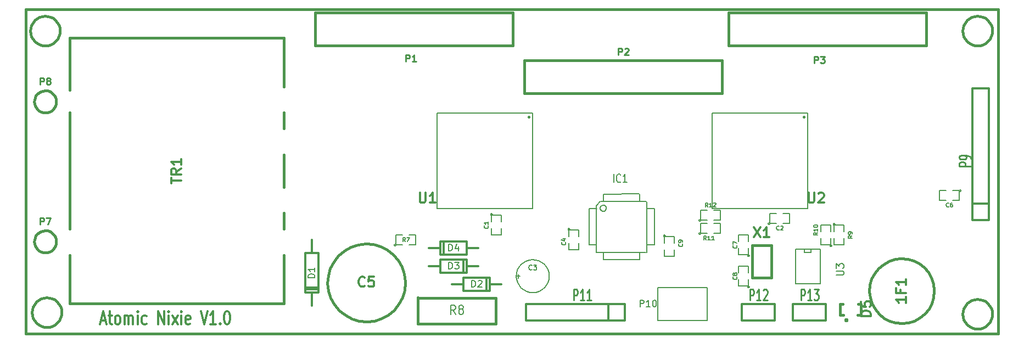
<source format=gto>
G04 (created by PCBNEW-RS274X (2011-04-29 BZR 2986)-stable) date 5/31/2011 9:18:06 PM*
G01*
G70*
G90*
%MOIN*%
G04 Gerber Fmt 3.4, Leading zero omitted, Abs format*
%FSLAX34Y34*%
G04 APERTURE LIST*
%ADD10C,0.006000*%
%ADD11C,0.012000*%
%ADD12C,0.015000*%
%ADD13C,0.005000*%
%ADD14C,0.007800*%
%ADD15C,0.015700*%
%ADD16C,0.008000*%
%ADD17C,0.012500*%
%ADD18C,0.010700*%
%ADD19C,0.007500*%
%ADD20C,0.010000*%
G04 APERTURE END LIST*
G54D10*
G54D11*
X10086Y-24795D02*
X10372Y-24795D01*
X10029Y-25024D02*
X10229Y-24224D01*
X10429Y-25024D01*
X10543Y-24490D02*
X10772Y-24490D01*
X10629Y-24224D02*
X10629Y-24910D01*
X10657Y-24986D01*
X10715Y-25024D01*
X10772Y-25024D01*
X11058Y-25024D02*
X11000Y-24986D01*
X10972Y-24948D01*
X10943Y-24871D01*
X10943Y-24643D01*
X10972Y-24567D01*
X11000Y-24529D01*
X11058Y-24490D01*
X11143Y-24490D01*
X11200Y-24529D01*
X11229Y-24567D01*
X11258Y-24643D01*
X11258Y-24871D01*
X11229Y-24948D01*
X11200Y-24986D01*
X11143Y-25024D01*
X11058Y-25024D01*
X11515Y-25024D02*
X11515Y-24490D01*
X11515Y-24567D02*
X11543Y-24529D01*
X11601Y-24490D01*
X11686Y-24490D01*
X11743Y-24529D01*
X11772Y-24605D01*
X11772Y-25024D01*
X11772Y-24605D02*
X11801Y-24529D01*
X11858Y-24490D01*
X11943Y-24490D01*
X12001Y-24529D01*
X12029Y-24605D01*
X12029Y-25024D01*
X12315Y-25024D02*
X12315Y-24490D01*
X12315Y-24224D02*
X12286Y-24262D01*
X12315Y-24300D01*
X12343Y-24262D01*
X12315Y-24224D01*
X12315Y-24300D01*
X12858Y-24986D02*
X12801Y-25024D01*
X12687Y-25024D01*
X12629Y-24986D01*
X12601Y-24948D01*
X12572Y-24871D01*
X12572Y-24643D01*
X12601Y-24567D01*
X12629Y-24529D01*
X12687Y-24490D01*
X12801Y-24490D01*
X12858Y-24529D01*
X13572Y-25024D02*
X13572Y-24224D01*
X13915Y-25024D01*
X13915Y-24224D01*
X14201Y-25024D02*
X14201Y-24490D01*
X14201Y-24224D02*
X14172Y-24262D01*
X14201Y-24300D01*
X14229Y-24262D01*
X14201Y-24224D01*
X14201Y-24300D01*
X14430Y-25024D02*
X14744Y-24490D01*
X14430Y-24490D02*
X14744Y-25024D01*
X14973Y-25024D02*
X14973Y-24490D01*
X14973Y-24224D02*
X14944Y-24262D01*
X14973Y-24300D01*
X15001Y-24262D01*
X14973Y-24224D01*
X14973Y-24300D01*
X15487Y-24986D02*
X15430Y-25024D01*
X15316Y-25024D01*
X15259Y-24986D01*
X15230Y-24910D01*
X15230Y-24605D01*
X15259Y-24529D01*
X15316Y-24490D01*
X15430Y-24490D01*
X15487Y-24529D01*
X15516Y-24605D01*
X15516Y-24681D01*
X15230Y-24757D01*
X16144Y-24224D02*
X16344Y-25024D01*
X16544Y-24224D01*
X17058Y-25024D02*
X16715Y-25024D01*
X16887Y-25024D02*
X16887Y-24224D01*
X16830Y-24338D01*
X16772Y-24414D01*
X16715Y-24452D01*
X17315Y-24948D02*
X17343Y-24986D01*
X17315Y-25024D01*
X17286Y-24986D01*
X17315Y-24948D01*
X17315Y-25024D01*
X17715Y-24224D02*
X17772Y-24224D01*
X17829Y-24262D01*
X17858Y-24300D01*
X17887Y-24376D01*
X17915Y-24529D01*
X17915Y-24719D01*
X17887Y-24871D01*
X17858Y-24948D01*
X17829Y-24986D01*
X17772Y-25024D01*
X17715Y-25024D01*
X17658Y-24986D01*
X17629Y-24948D01*
X17601Y-24871D01*
X17572Y-24719D01*
X17572Y-24529D01*
X17601Y-24376D01*
X17629Y-24300D01*
X17658Y-24262D01*
X17715Y-24224D01*
G54D12*
X64567Y-25591D02*
X64567Y-05906D01*
X05512Y-25591D02*
X64567Y-25591D01*
X05512Y-05906D02*
X05512Y-25591D01*
X05512Y-05906D02*
X64567Y-05906D01*
X21196Y-18259D02*
X21196Y-19243D01*
X21196Y-14716D02*
X21196Y-16684D01*
X21196Y-12157D02*
X21196Y-13141D01*
X21196Y-07826D02*
X21196Y-07629D01*
X21196Y-07629D02*
X08204Y-07629D01*
X08204Y-07629D02*
X08204Y-10779D01*
X08204Y-19243D02*
X08204Y-12157D01*
X21196Y-23771D02*
X08204Y-23771D01*
X08204Y-23771D02*
X08204Y-20818D01*
X21196Y-23771D02*
X21196Y-20818D01*
X21196Y-07826D02*
X21196Y-10582D01*
G54D13*
X49450Y-22750D02*
X49449Y-22759D01*
X49446Y-22769D01*
X49441Y-22777D01*
X49435Y-22785D01*
X49427Y-22791D01*
X49419Y-22796D01*
X49410Y-22798D01*
X49400Y-22799D01*
X49391Y-22799D01*
X49382Y-22796D01*
X49373Y-22791D01*
X49366Y-22785D01*
X49359Y-22778D01*
X49355Y-22769D01*
X49352Y-22760D01*
X49351Y-22750D01*
X49351Y-22741D01*
X49354Y-22732D01*
X49358Y-22723D01*
X49365Y-22716D01*
X49372Y-22709D01*
X49380Y-22705D01*
X49390Y-22702D01*
X49399Y-22701D01*
X49408Y-22701D01*
X49418Y-22704D01*
X49426Y-22708D01*
X49434Y-22714D01*
X49440Y-22722D01*
X49445Y-22730D01*
X49448Y-22739D01*
X49449Y-22749D01*
X49450Y-22750D01*
X49400Y-22300D02*
X49400Y-22700D01*
X49400Y-22700D02*
X48800Y-22700D01*
X48800Y-22700D02*
X48800Y-22300D01*
X48800Y-21900D02*
X48800Y-21500D01*
X48800Y-21500D02*
X49400Y-21500D01*
X49400Y-21500D02*
X49400Y-21900D01*
X49450Y-20850D02*
X49449Y-20859D01*
X49446Y-20869D01*
X49441Y-20877D01*
X49435Y-20885D01*
X49427Y-20891D01*
X49419Y-20896D01*
X49410Y-20898D01*
X49400Y-20899D01*
X49391Y-20899D01*
X49382Y-20896D01*
X49373Y-20891D01*
X49366Y-20885D01*
X49359Y-20878D01*
X49355Y-20869D01*
X49352Y-20860D01*
X49351Y-20850D01*
X49351Y-20841D01*
X49354Y-20832D01*
X49358Y-20823D01*
X49365Y-20816D01*
X49372Y-20809D01*
X49380Y-20805D01*
X49390Y-20802D01*
X49399Y-20801D01*
X49408Y-20801D01*
X49418Y-20804D01*
X49426Y-20808D01*
X49434Y-20814D01*
X49440Y-20822D01*
X49445Y-20830D01*
X49448Y-20839D01*
X49449Y-20849D01*
X49450Y-20850D01*
X49400Y-20400D02*
X49400Y-20800D01*
X49400Y-20800D02*
X48800Y-20800D01*
X48800Y-20800D02*
X48800Y-20400D01*
X48800Y-20000D02*
X48800Y-19600D01*
X48800Y-19600D02*
X49400Y-19600D01*
X49400Y-19600D02*
X49400Y-20000D01*
G54D11*
X63000Y-18700D02*
X63000Y-10700D01*
X63000Y-10700D02*
X64000Y-10700D01*
X64000Y-10700D02*
X64000Y-18700D01*
X64000Y-18700D02*
X63000Y-18700D01*
X64000Y-17700D02*
X63000Y-17700D01*
X41900Y-23800D02*
X41900Y-24800D01*
X41900Y-24800D02*
X35900Y-24800D01*
X35900Y-24800D02*
X35900Y-23800D01*
X35900Y-23800D02*
X41900Y-23800D01*
X40900Y-23800D02*
X40900Y-24800D01*
X49000Y-24800D02*
X49000Y-23800D01*
X49000Y-23800D02*
X51000Y-23800D01*
X51000Y-23800D02*
X51000Y-24800D01*
X51000Y-24800D02*
X49000Y-24800D01*
X52100Y-24800D02*
X52100Y-23800D01*
X52100Y-23800D02*
X54100Y-23800D01*
X54100Y-23800D02*
X54100Y-24800D01*
X54100Y-24800D02*
X52100Y-24800D01*
G54D12*
X34061Y-24987D02*
X29337Y-24987D01*
X29338Y-24987D02*
X29338Y-23412D01*
X29338Y-23413D02*
X34062Y-23413D01*
X34062Y-23413D02*
X34062Y-24988D01*
G54D14*
X36295Y-17995D02*
X30505Y-17995D01*
X30505Y-17995D02*
X30505Y-12205D01*
X36295Y-12205D02*
X30505Y-12205D01*
X36295Y-17995D02*
X36295Y-12205D01*
G54D15*
X36059Y-12441D02*
X36059Y-12441D01*
G54D14*
X52995Y-17995D02*
X47205Y-17995D01*
X47205Y-17995D02*
X47205Y-12205D01*
X52995Y-12205D02*
X47205Y-12205D01*
X52995Y-17995D02*
X52995Y-12205D01*
G54D15*
X52759Y-12441D02*
X52759Y-12441D01*
G54D16*
X46900Y-24800D02*
X43900Y-24800D01*
X43900Y-22800D02*
X46900Y-22800D01*
X46900Y-22800D02*
X46900Y-24800D01*
X43900Y-24800D02*
X43900Y-22800D01*
G54D17*
X22900Y-20400D02*
X22900Y-19900D01*
X22900Y-23400D02*
X22900Y-23900D01*
X22900Y-23400D02*
X22900Y-23100D01*
G54D11*
X22900Y-23100D02*
X23300Y-23100D01*
X23300Y-23100D02*
X23300Y-20700D01*
X23300Y-20700D02*
X22900Y-20700D01*
X22900Y-20700D02*
X22900Y-20400D01*
X22900Y-20700D02*
X22500Y-20700D01*
X22500Y-20700D02*
X22500Y-23100D01*
X22500Y-23100D02*
X22900Y-23100D01*
X23300Y-22900D02*
X22500Y-22900D01*
X22500Y-22800D02*
X23300Y-22800D01*
G54D17*
X30700Y-20400D02*
X30000Y-20400D01*
X32300Y-20400D02*
X33000Y-20400D01*
X30900Y-20800D02*
X30900Y-20000D01*
X32300Y-20800D02*
X32300Y-20000D01*
X32300Y-20000D02*
X30700Y-20000D01*
X30700Y-20000D02*
X30700Y-20800D01*
X30700Y-20800D02*
X32300Y-20800D01*
X32300Y-21500D02*
X33000Y-21500D01*
X30700Y-21500D02*
X30000Y-21500D01*
X32100Y-21100D02*
X32100Y-21900D01*
X30700Y-21100D02*
X30700Y-21900D01*
X30700Y-21900D02*
X32300Y-21900D01*
X32300Y-21900D02*
X32300Y-21100D01*
X32300Y-21100D02*
X30700Y-21100D01*
X33700Y-22600D02*
X34400Y-22600D01*
X32100Y-22600D02*
X31400Y-22600D01*
X33500Y-22200D02*
X33500Y-23000D01*
X32100Y-22200D02*
X32100Y-23000D01*
X32100Y-23000D02*
X33700Y-23000D01*
X33700Y-23000D02*
X33700Y-22200D01*
X33700Y-22200D02*
X32100Y-22200D01*
G54D12*
X28562Y-22500D02*
X28517Y-22958D01*
X28383Y-23400D01*
X28167Y-23807D01*
X27876Y-24164D01*
X27520Y-24458D01*
X27115Y-24677D01*
X26674Y-24813D01*
X26216Y-24861D01*
X25758Y-24820D01*
X25316Y-24690D01*
X24907Y-24476D01*
X24548Y-24187D01*
X24252Y-23834D01*
X24030Y-23430D01*
X23890Y-22991D01*
X23839Y-22532D01*
X23877Y-22074D01*
X24004Y-21631D01*
X24215Y-21221D01*
X24501Y-20860D01*
X24852Y-20561D01*
X25255Y-20336D01*
X25693Y-20194D01*
X26151Y-20139D01*
X26610Y-20174D01*
X27054Y-20298D01*
X27465Y-20506D01*
X27828Y-20790D01*
X28130Y-21139D01*
X28357Y-21540D01*
X28503Y-21977D01*
X28561Y-22435D01*
X28562Y-22500D01*
G54D13*
X37301Y-22100D02*
X37281Y-22294D01*
X37225Y-22481D01*
X37133Y-22653D01*
X37010Y-22805D01*
X36859Y-22929D01*
X36687Y-23022D01*
X36501Y-23080D01*
X36306Y-23100D01*
X36113Y-23083D01*
X35926Y-23028D01*
X35752Y-22937D01*
X35600Y-22815D01*
X35475Y-22665D01*
X35380Y-22494D01*
X35321Y-22308D01*
X35300Y-22113D01*
X35316Y-21920D01*
X35370Y-21732D01*
X35459Y-21558D01*
X35580Y-21405D01*
X35729Y-21279D01*
X35900Y-21183D01*
X36086Y-21123D01*
X36280Y-21100D01*
X36473Y-21115D01*
X36661Y-21167D01*
X36836Y-21255D01*
X36990Y-21376D01*
X37117Y-21523D01*
X37214Y-21693D01*
X37276Y-21879D01*
X37300Y-22073D01*
X37301Y-22100D01*
G54D10*
X43680Y-20190D02*
X43230Y-20190D01*
X43680Y-18010D02*
X43240Y-18010D01*
X43680Y-20190D02*
X43680Y-18010D01*
X42800Y-20660D02*
X42800Y-21090D01*
X40590Y-20670D02*
X40590Y-21090D01*
X40580Y-21090D02*
X42800Y-21100D01*
X40600Y-17120D02*
X42770Y-17110D01*
X40170Y-17810D02*
X40170Y-20640D01*
X42780Y-17120D02*
X42780Y-17530D01*
X40420Y-17570D02*
X43200Y-17570D01*
X43220Y-20650D02*
X43220Y-17610D01*
X40170Y-20650D02*
X43170Y-20650D01*
X39720Y-17980D02*
X39720Y-20200D01*
X39720Y-20200D02*
X40170Y-20200D01*
X40174Y-17800D02*
X40404Y-17570D01*
X39722Y-17980D02*
X40174Y-17980D01*
X40600Y-17570D02*
X40600Y-17118D01*
X40770Y-17974D02*
X40766Y-18010D01*
X40755Y-18045D01*
X40738Y-18078D01*
X40715Y-18106D01*
X40687Y-18129D01*
X40654Y-18147D01*
X40619Y-18158D01*
X40583Y-18161D01*
X40547Y-18158D01*
X40512Y-18148D01*
X40480Y-18131D01*
X40451Y-18108D01*
X40427Y-18080D01*
X40410Y-18048D01*
X40399Y-18013D01*
X40395Y-17976D01*
X40398Y-17941D01*
X40408Y-17905D01*
X40424Y-17873D01*
X40447Y-17844D01*
X40475Y-17820D01*
X40507Y-17802D01*
X40542Y-17791D01*
X40579Y-17787D01*
X40614Y-17789D01*
X40649Y-17799D01*
X40682Y-17816D01*
X40711Y-17838D01*
X40735Y-17866D01*
X40753Y-17898D01*
X40765Y-17933D01*
X40769Y-17969D01*
X40770Y-17974D01*
G54D13*
X28000Y-20200D02*
X27999Y-20209D01*
X27996Y-20219D01*
X27991Y-20227D01*
X27985Y-20235D01*
X27977Y-20241D01*
X27969Y-20246D01*
X27960Y-20248D01*
X27950Y-20249D01*
X27941Y-20249D01*
X27932Y-20246D01*
X27923Y-20241D01*
X27916Y-20235D01*
X27909Y-20228D01*
X27905Y-20219D01*
X27902Y-20210D01*
X27901Y-20200D01*
X27901Y-20191D01*
X27904Y-20182D01*
X27908Y-20173D01*
X27915Y-20166D01*
X27922Y-20159D01*
X27930Y-20155D01*
X27940Y-20152D01*
X27949Y-20151D01*
X27958Y-20151D01*
X27968Y-20154D01*
X27976Y-20158D01*
X27984Y-20164D01*
X27990Y-20172D01*
X27995Y-20180D01*
X27998Y-20189D01*
X27999Y-20199D01*
X28000Y-20200D01*
X28400Y-20200D02*
X28000Y-20200D01*
X28000Y-20200D02*
X28000Y-19600D01*
X28000Y-19600D02*
X28400Y-19600D01*
X28800Y-19600D02*
X29200Y-19600D01*
X29200Y-19600D02*
X29200Y-20200D01*
X29200Y-20200D02*
X28800Y-20200D01*
X54650Y-18950D02*
X54649Y-18959D01*
X54646Y-18969D01*
X54641Y-18977D01*
X54635Y-18985D01*
X54627Y-18991D01*
X54619Y-18996D01*
X54610Y-18998D01*
X54600Y-18999D01*
X54591Y-18999D01*
X54582Y-18996D01*
X54573Y-18991D01*
X54566Y-18985D01*
X54559Y-18978D01*
X54555Y-18969D01*
X54552Y-18960D01*
X54551Y-18950D01*
X54551Y-18941D01*
X54554Y-18932D01*
X54558Y-18923D01*
X54565Y-18916D01*
X54572Y-18909D01*
X54580Y-18905D01*
X54590Y-18902D01*
X54599Y-18901D01*
X54608Y-18901D01*
X54618Y-18904D01*
X54626Y-18908D01*
X54634Y-18914D01*
X54640Y-18922D01*
X54645Y-18930D01*
X54648Y-18939D01*
X54649Y-18949D01*
X54650Y-18950D01*
X54600Y-19400D02*
X54600Y-19000D01*
X54600Y-19000D02*
X55200Y-19000D01*
X55200Y-19000D02*
X55200Y-19400D01*
X55200Y-19800D02*
X55200Y-20200D01*
X55200Y-20200D02*
X54600Y-20200D01*
X54600Y-20200D02*
X54600Y-19800D01*
X54450Y-20250D02*
X54449Y-20259D01*
X54446Y-20269D01*
X54441Y-20277D01*
X54435Y-20285D01*
X54427Y-20291D01*
X54419Y-20296D01*
X54410Y-20298D01*
X54400Y-20299D01*
X54391Y-20299D01*
X54382Y-20296D01*
X54373Y-20291D01*
X54366Y-20285D01*
X54359Y-20278D01*
X54355Y-20269D01*
X54352Y-20260D01*
X54351Y-20250D01*
X54351Y-20241D01*
X54354Y-20232D01*
X54358Y-20223D01*
X54365Y-20216D01*
X54372Y-20209D01*
X54380Y-20205D01*
X54390Y-20202D01*
X54399Y-20201D01*
X54408Y-20201D01*
X54418Y-20204D01*
X54426Y-20208D01*
X54434Y-20214D01*
X54440Y-20222D01*
X54445Y-20230D01*
X54448Y-20239D01*
X54449Y-20249D01*
X54450Y-20250D01*
X54400Y-19800D02*
X54400Y-20200D01*
X54400Y-20200D02*
X53800Y-20200D01*
X53800Y-20200D02*
X53800Y-19800D01*
X53800Y-19400D02*
X53800Y-19000D01*
X53800Y-19000D02*
X54400Y-19000D01*
X54400Y-19000D02*
X54400Y-19400D01*
X46500Y-19500D02*
X46499Y-19509D01*
X46496Y-19519D01*
X46491Y-19527D01*
X46485Y-19535D01*
X46477Y-19541D01*
X46469Y-19546D01*
X46460Y-19548D01*
X46450Y-19549D01*
X46441Y-19549D01*
X46432Y-19546D01*
X46423Y-19541D01*
X46416Y-19535D01*
X46409Y-19528D01*
X46405Y-19519D01*
X46402Y-19510D01*
X46401Y-19500D01*
X46401Y-19491D01*
X46404Y-19482D01*
X46408Y-19473D01*
X46415Y-19466D01*
X46422Y-19459D01*
X46430Y-19455D01*
X46440Y-19452D01*
X46449Y-19451D01*
X46458Y-19451D01*
X46468Y-19454D01*
X46476Y-19458D01*
X46484Y-19464D01*
X46490Y-19472D01*
X46495Y-19480D01*
X46498Y-19489D01*
X46499Y-19499D01*
X46500Y-19500D01*
X46900Y-19500D02*
X46500Y-19500D01*
X46500Y-19500D02*
X46500Y-18900D01*
X46500Y-18900D02*
X46900Y-18900D01*
X47300Y-18900D02*
X47700Y-18900D01*
X47700Y-18900D02*
X47700Y-19500D01*
X47700Y-19500D02*
X47300Y-19500D01*
X46500Y-18700D02*
X46499Y-18709D01*
X46496Y-18719D01*
X46491Y-18727D01*
X46485Y-18735D01*
X46477Y-18741D01*
X46469Y-18746D01*
X46460Y-18748D01*
X46450Y-18749D01*
X46441Y-18749D01*
X46432Y-18746D01*
X46423Y-18741D01*
X46416Y-18735D01*
X46409Y-18728D01*
X46405Y-18719D01*
X46402Y-18710D01*
X46401Y-18700D01*
X46401Y-18691D01*
X46404Y-18682D01*
X46408Y-18673D01*
X46415Y-18666D01*
X46422Y-18659D01*
X46430Y-18655D01*
X46440Y-18652D01*
X46449Y-18651D01*
X46458Y-18651D01*
X46468Y-18654D01*
X46476Y-18658D01*
X46484Y-18664D01*
X46490Y-18672D01*
X46495Y-18680D01*
X46498Y-18689D01*
X46499Y-18699D01*
X46500Y-18700D01*
X46900Y-18700D02*
X46500Y-18700D01*
X46500Y-18700D02*
X46500Y-18100D01*
X46500Y-18100D02*
X46900Y-18100D01*
X47300Y-18100D02*
X47700Y-18100D01*
X47700Y-18100D02*
X47700Y-18700D01*
X47700Y-18700D02*
X47300Y-18700D01*
X33850Y-18350D02*
X33849Y-18359D01*
X33846Y-18369D01*
X33841Y-18377D01*
X33835Y-18385D01*
X33827Y-18391D01*
X33819Y-18396D01*
X33810Y-18398D01*
X33800Y-18399D01*
X33791Y-18399D01*
X33782Y-18396D01*
X33773Y-18391D01*
X33766Y-18385D01*
X33759Y-18378D01*
X33755Y-18369D01*
X33752Y-18360D01*
X33751Y-18350D01*
X33751Y-18341D01*
X33754Y-18332D01*
X33758Y-18323D01*
X33765Y-18316D01*
X33772Y-18309D01*
X33780Y-18305D01*
X33790Y-18302D01*
X33799Y-18301D01*
X33808Y-18301D01*
X33818Y-18304D01*
X33826Y-18308D01*
X33834Y-18314D01*
X33840Y-18322D01*
X33845Y-18330D01*
X33848Y-18339D01*
X33849Y-18349D01*
X33850Y-18350D01*
X33800Y-18800D02*
X33800Y-18400D01*
X33800Y-18400D02*
X34400Y-18400D01*
X34400Y-18400D02*
X34400Y-18800D01*
X34400Y-19200D02*
X34400Y-19600D01*
X34400Y-19600D02*
X33800Y-19600D01*
X33800Y-19600D02*
X33800Y-19200D01*
X50700Y-18900D02*
X50699Y-18909D01*
X50696Y-18919D01*
X50691Y-18927D01*
X50685Y-18935D01*
X50677Y-18941D01*
X50669Y-18946D01*
X50660Y-18948D01*
X50650Y-18949D01*
X50641Y-18949D01*
X50632Y-18946D01*
X50623Y-18941D01*
X50616Y-18935D01*
X50609Y-18928D01*
X50605Y-18919D01*
X50602Y-18910D01*
X50601Y-18900D01*
X50601Y-18891D01*
X50604Y-18882D01*
X50608Y-18873D01*
X50615Y-18866D01*
X50622Y-18859D01*
X50630Y-18855D01*
X50640Y-18852D01*
X50649Y-18851D01*
X50658Y-18851D01*
X50668Y-18854D01*
X50676Y-18858D01*
X50684Y-18864D01*
X50690Y-18872D01*
X50695Y-18880D01*
X50698Y-18889D01*
X50699Y-18899D01*
X50700Y-18900D01*
X51100Y-18900D02*
X50700Y-18900D01*
X50700Y-18900D02*
X50700Y-18300D01*
X50700Y-18300D02*
X51100Y-18300D01*
X51500Y-18300D02*
X51900Y-18300D01*
X51900Y-18300D02*
X51900Y-18900D01*
X51900Y-18900D02*
X51500Y-18900D01*
X38550Y-19250D02*
X38549Y-19259D01*
X38546Y-19269D01*
X38541Y-19277D01*
X38535Y-19285D01*
X38527Y-19291D01*
X38519Y-19296D01*
X38510Y-19298D01*
X38500Y-19299D01*
X38491Y-19299D01*
X38482Y-19296D01*
X38473Y-19291D01*
X38466Y-19285D01*
X38459Y-19278D01*
X38455Y-19269D01*
X38452Y-19260D01*
X38451Y-19250D01*
X38451Y-19241D01*
X38454Y-19232D01*
X38458Y-19223D01*
X38465Y-19216D01*
X38472Y-19209D01*
X38480Y-19205D01*
X38490Y-19202D01*
X38499Y-19201D01*
X38508Y-19201D01*
X38518Y-19204D01*
X38526Y-19208D01*
X38534Y-19214D01*
X38540Y-19222D01*
X38545Y-19230D01*
X38548Y-19239D01*
X38549Y-19249D01*
X38550Y-19250D01*
X38500Y-19700D02*
X38500Y-19300D01*
X38500Y-19300D02*
X39100Y-19300D01*
X39100Y-19300D02*
X39100Y-19700D01*
X39100Y-20100D02*
X39100Y-20500D01*
X39100Y-20500D02*
X38500Y-20500D01*
X38500Y-20500D02*
X38500Y-20100D01*
X62300Y-16900D02*
X62299Y-16909D01*
X62296Y-16919D01*
X62291Y-16927D01*
X62285Y-16935D01*
X62277Y-16941D01*
X62269Y-16946D01*
X62260Y-16948D01*
X62250Y-16949D01*
X62241Y-16949D01*
X62232Y-16946D01*
X62223Y-16941D01*
X62216Y-16935D01*
X62209Y-16928D01*
X62205Y-16919D01*
X62202Y-16910D01*
X62201Y-16900D01*
X62201Y-16891D01*
X62204Y-16882D01*
X62208Y-16873D01*
X62215Y-16866D01*
X62222Y-16859D01*
X62230Y-16855D01*
X62240Y-16852D01*
X62249Y-16851D01*
X62258Y-16851D01*
X62268Y-16854D01*
X62276Y-16858D01*
X62284Y-16864D01*
X62290Y-16872D01*
X62295Y-16880D01*
X62298Y-16889D01*
X62299Y-16899D01*
X62300Y-16900D01*
X61800Y-16900D02*
X62200Y-16900D01*
X62200Y-16900D02*
X62200Y-17500D01*
X62200Y-17500D02*
X61800Y-17500D01*
X61400Y-17500D02*
X61000Y-17500D01*
X61000Y-17500D02*
X61000Y-16900D01*
X61000Y-16900D02*
X61400Y-16900D01*
X52300Y-20450D02*
X52250Y-20450D01*
X52250Y-20450D02*
X52250Y-22550D01*
X53750Y-22550D02*
X53750Y-20450D01*
X53750Y-20450D02*
X52300Y-20450D01*
X53200Y-20450D02*
X53200Y-20650D01*
X53200Y-20650D02*
X52800Y-20650D01*
X52800Y-20650D02*
X52800Y-20450D01*
X53750Y-22550D02*
X52250Y-22550D01*
G54D12*
X23100Y-06100D02*
X23100Y-08100D01*
X23100Y-08100D02*
X35100Y-08100D01*
X35100Y-08100D02*
X35100Y-06100D01*
X35100Y-06100D02*
X23100Y-06100D01*
X35800Y-09000D02*
X35800Y-11000D01*
X35800Y-11000D02*
X47800Y-11000D01*
X47800Y-11000D02*
X47800Y-09000D01*
X47800Y-09000D02*
X35800Y-09000D01*
X48200Y-06100D02*
X48200Y-08100D01*
X48200Y-08100D02*
X60200Y-08100D01*
X60200Y-08100D02*
X60200Y-06100D01*
X60200Y-06100D02*
X48200Y-06100D01*
X49609Y-22184D02*
X50791Y-22184D01*
X50791Y-22184D02*
X50791Y-20216D01*
X50791Y-20216D02*
X49609Y-20216D01*
X49609Y-20216D02*
X49609Y-22184D01*
X60669Y-23000D02*
X60631Y-23382D01*
X60520Y-23750D01*
X60340Y-24089D01*
X60097Y-24387D01*
X59801Y-24632D01*
X59463Y-24815D01*
X59095Y-24928D01*
X58713Y-24968D01*
X58332Y-24934D01*
X57963Y-24825D01*
X57622Y-24647D01*
X57323Y-24406D01*
X57076Y-24112D01*
X56891Y-23775D01*
X56775Y-23409D01*
X56732Y-23027D01*
X56764Y-22645D01*
X56870Y-22276D01*
X57045Y-21934D01*
X57284Y-21633D01*
X57577Y-21384D01*
X57912Y-21196D01*
X58278Y-21077D01*
X58659Y-21032D01*
X59041Y-21061D01*
X59412Y-21165D01*
X59755Y-21338D01*
X60057Y-21575D01*
X60308Y-21866D01*
X60498Y-22200D01*
X60620Y-22564D01*
X60668Y-22946D01*
X60669Y-23000D01*
X55363Y-24769D02*
X55362Y-24776D01*
X55360Y-24783D01*
X55356Y-24790D01*
X55351Y-24796D01*
X55345Y-24801D01*
X55339Y-24804D01*
X55331Y-24807D01*
X55324Y-24807D01*
X55317Y-24807D01*
X55310Y-24805D01*
X55303Y-24801D01*
X55297Y-24796D01*
X55292Y-24791D01*
X55289Y-24784D01*
X55286Y-24777D01*
X55286Y-24769D01*
X55286Y-24762D01*
X55288Y-24755D01*
X55292Y-24748D01*
X55296Y-24742D01*
X55302Y-24737D01*
X55309Y-24734D01*
X55316Y-24731D01*
X55324Y-24731D01*
X55330Y-24731D01*
X55338Y-24733D01*
X55344Y-24737D01*
X55350Y-24741D01*
X55355Y-24747D01*
X55359Y-24754D01*
X55362Y-24761D01*
X55362Y-24768D01*
X55363Y-24769D01*
X56033Y-24454D02*
X56230Y-24454D01*
X56230Y-24454D02*
X56230Y-23785D01*
X56230Y-23785D02*
X56072Y-23785D01*
X55167Y-24454D02*
X54970Y-24454D01*
X54970Y-24454D02*
X54970Y-23785D01*
X54970Y-23785D02*
X55128Y-23785D01*
X64200Y-07200D02*
X64182Y-07374D01*
X64132Y-07542D01*
X64049Y-07698D01*
X63938Y-07834D01*
X63803Y-07946D01*
X63648Y-08029D01*
X63480Y-08081D01*
X63306Y-08099D01*
X63132Y-08084D01*
X62963Y-08034D01*
X62808Y-07953D01*
X62671Y-07843D01*
X62558Y-07708D01*
X62473Y-07554D01*
X62420Y-07387D01*
X62401Y-07212D01*
X62415Y-07038D01*
X62464Y-06869D01*
X62544Y-06713D01*
X62653Y-06575D01*
X62787Y-06461D01*
X62940Y-06376D01*
X63107Y-06321D01*
X63282Y-06301D01*
X63456Y-06314D01*
X63625Y-06361D01*
X63782Y-06441D01*
X63920Y-06549D01*
X64035Y-06682D01*
X64122Y-06834D01*
X64177Y-07001D01*
X64199Y-07175D01*
X64200Y-07200D01*
X64200Y-24400D02*
X64182Y-24574D01*
X64132Y-24742D01*
X64049Y-24898D01*
X63938Y-25034D01*
X63803Y-25146D01*
X63648Y-25229D01*
X63480Y-25281D01*
X63306Y-25299D01*
X63132Y-25284D01*
X62963Y-25234D01*
X62808Y-25153D01*
X62671Y-25043D01*
X62558Y-24908D01*
X62473Y-24754D01*
X62420Y-24587D01*
X62401Y-24412D01*
X62415Y-24238D01*
X62464Y-24069D01*
X62544Y-23913D01*
X62653Y-23775D01*
X62787Y-23661D01*
X62940Y-23576D01*
X63107Y-23521D01*
X63282Y-23501D01*
X63456Y-23514D01*
X63625Y-23561D01*
X63782Y-23641D01*
X63920Y-23749D01*
X64035Y-23882D01*
X64122Y-24034D01*
X64177Y-24201D01*
X64199Y-24375D01*
X64200Y-24400D01*
G54D13*
X44350Y-19650D02*
X44349Y-19659D01*
X44346Y-19669D01*
X44341Y-19677D01*
X44335Y-19685D01*
X44327Y-19691D01*
X44319Y-19696D01*
X44310Y-19698D01*
X44300Y-19699D01*
X44291Y-19699D01*
X44282Y-19696D01*
X44273Y-19691D01*
X44266Y-19685D01*
X44259Y-19678D01*
X44255Y-19669D01*
X44252Y-19660D01*
X44251Y-19650D01*
X44251Y-19641D01*
X44254Y-19632D01*
X44258Y-19623D01*
X44265Y-19616D01*
X44272Y-19609D01*
X44280Y-19605D01*
X44290Y-19602D01*
X44299Y-19601D01*
X44308Y-19601D01*
X44318Y-19604D01*
X44326Y-19608D01*
X44334Y-19614D01*
X44340Y-19622D01*
X44345Y-19630D01*
X44348Y-19639D01*
X44349Y-19649D01*
X44350Y-19650D01*
X44300Y-20100D02*
X44300Y-19700D01*
X44300Y-19700D02*
X44900Y-19700D01*
X44900Y-19700D02*
X44900Y-20100D01*
X44900Y-20500D02*
X44900Y-20900D01*
X44900Y-20900D02*
X44300Y-20900D01*
X44300Y-20900D02*
X44300Y-20500D01*
G54D12*
X07700Y-24300D02*
X07682Y-24474D01*
X07632Y-24642D01*
X07549Y-24798D01*
X07438Y-24934D01*
X07303Y-25046D01*
X07148Y-25129D01*
X06980Y-25181D01*
X06806Y-25199D01*
X06632Y-25184D01*
X06463Y-25134D01*
X06308Y-25053D01*
X06171Y-24943D01*
X06058Y-24808D01*
X05973Y-24654D01*
X05920Y-24487D01*
X05901Y-24312D01*
X05915Y-24138D01*
X05964Y-23969D01*
X06044Y-23813D01*
X06153Y-23675D01*
X06287Y-23561D01*
X06440Y-23476D01*
X06607Y-23421D01*
X06782Y-23401D01*
X06956Y-23414D01*
X07125Y-23461D01*
X07282Y-23541D01*
X07420Y-23649D01*
X07535Y-23782D01*
X07622Y-23934D01*
X07677Y-24101D01*
X07699Y-24275D01*
X07700Y-24300D01*
X07600Y-07200D02*
X07582Y-07374D01*
X07532Y-07542D01*
X07449Y-07698D01*
X07338Y-07834D01*
X07203Y-07946D01*
X07048Y-08029D01*
X06880Y-08081D01*
X06706Y-08099D01*
X06532Y-08084D01*
X06363Y-08034D01*
X06208Y-07953D01*
X06071Y-07843D01*
X05958Y-07708D01*
X05873Y-07554D01*
X05820Y-07387D01*
X05801Y-07212D01*
X05815Y-07038D01*
X05864Y-06869D01*
X05944Y-06713D01*
X06053Y-06575D01*
X06187Y-06461D01*
X06340Y-06376D01*
X06507Y-06321D01*
X06682Y-06301D01*
X06856Y-06314D01*
X07025Y-06361D01*
X07182Y-06441D01*
X07320Y-06549D01*
X07435Y-06682D01*
X07522Y-06834D01*
X07577Y-07001D01*
X07599Y-07175D01*
X07600Y-07200D01*
X07369Y-20000D02*
X07356Y-20129D01*
X07318Y-20254D01*
X07257Y-20370D01*
X07174Y-20471D01*
X07074Y-20554D01*
X06959Y-20616D01*
X06834Y-20655D01*
X06704Y-20668D01*
X06575Y-20657D01*
X06450Y-20620D01*
X06334Y-20559D01*
X06232Y-20477D01*
X06148Y-20377D01*
X06086Y-20263D01*
X06046Y-20139D01*
X06032Y-20009D01*
X06042Y-19880D01*
X06078Y-19754D01*
X06138Y-19638D01*
X06219Y-19536D01*
X06319Y-19451D01*
X06433Y-19387D01*
X06557Y-19347D01*
X06686Y-19332D01*
X06816Y-19342D01*
X06941Y-19377D01*
X07058Y-19436D01*
X07161Y-19516D01*
X07246Y-19615D01*
X07311Y-19728D01*
X07352Y-19852D01*
X07368Y-19982D01*
X07369Y-20000D01*
X07369Y-11500D02*
X07356Y-11629D01*
X07318Y-11754D01*
X07257Y-11870D01*
X07174Y-11971D01*
X07074Y-12054D01*
X06959Y-12116D01*
X06834Y-12155D01*
X06704Y-12168D01*
X06575Y-12157D01*
X06450Y-12120D01*
X06334Y-12059D01*
X06232Y-11977D01*
X06148Y-11877D01*
X06086Y-11763D01*
X06046Y-11639D01*
X06032Y-11509D01*
X06042Y-11380D01*
X06078Y-11254D01*
X06138Y-11138D01*
X06219Y-11036D01*
X06319Y-10951D01*
X06433Y-10887D01*
X06557Y-10847D01*
X06686Y-10832D01*
X06816Y-10842D01*
X06941Y-10877D01*
X07058Y-10936D01*
X07161Y-11016D01*
X07246Y-11115D01*
X07311Y-11228D01*
X07352Y-11352D01*
X07368Y-11482D01*
X07369Y-11500D01*
G54D11*
X14343Y-16457D02*
X14343Y-16114D01*
X14943Y-16285D02*
X14343Y-16285D01*
X14943Y-15571D02*
X14657Y-15771D01*
X14943Y-15914D02*
X14343Y-15914D01*
X14343Y-15686D01*
X14371Y-15628D01*
X14400Y-15600D01*
X14457Y-15571D01*
X14543Y-15571D01*
X14600Y-15600D01*
X14629Y-15628D01*
X14657Y-15686D01*
X14657Y-15914D01*
X14943Y-15000D02*
X14943Y-15343D01*
X14943Y-15171D02*
X14343Y-15171D01*
X14429Y-15228D01*
X14486Y-15286D01*
X14514Y-15343D01*
G54D13*
X48677Y-22142D02*
X48689Y-22154D01*
X48701Y-22189D01*
X48701Y-22213D01*
X48689Y-22249D01*
X48665Y-22273D01*
X48642Y-22284D01*
X48594Y-22296D01*
X48558Y-22296D01*
X48511Y-22284D01*
X48487Y-22273D01*
X48463Y-22249D01*
X48451Y-22213D01*
X48451Y-22189D01*
X48463Y-22154D01*
X48475Y-22142D01*
X48558Y-21999D02*
X48546Y-22023D01*
X48535Y-22034D01*
X48511Y-22046D01*
X48499Y-22046D01*
X48475Y-22034D01*
X48463Y-22023D01*
X48451Y-21999D01*
X48451Y-21951D01*
X48463Y-21927D01*
X48475Y-21915D01*
X48499Y-21904D01*
X48511Y-21904D01*
X48535Y-21915D01*
X48546Y-21927D01*
X48558Y-21951D01*
X48558Y-21999D01*
X48570Y-22023D01*
X48582Y-22034D01*
X48606Y-22046D01*
X48654Y-22046D01*
X48677Y-22034D01*
X48689Y-22023D01*
X48701Y-21999D01*
X48701Y-21951D01*
X48689Y-21927D01*
X48677Y-21915D01*
X48654Y-21904D01*
X48606Y-21904D01*
X48582Y-21915D01*
X48570Y-21927D01*
X48558Y-21951D01*
X48677Y-20242D02*
X48689Y-20254D01*
X48701Y-20289D01*
X48701Y-20313D01*
X48689Y-20349D01*
X48665Y-20373D01*
X48642Y-20384D01*
X48594Y-20396D01*
X48558Y-20396D01*
X48511Y-20384D01*
X48487Y-20373D01*
X48463Y-20349D01*
X48451Y-20313D01*
X48451Y-20289D01*
X48463Y-20254D01*
X48475Y-20242D01*
X48451Y-20158D02*
X48451Y-19992D01*
X48701Y-20099D01*
G54D18*
X62875Y-15416D02*
X62194Y-15416D01*
X62194Y-15253D01*
X62227Y-15212D01*
X62259Y-15192D01*
X62324Y-15172D01*
X62421Y-15172D01*
X62486Y-15192D01*
X62518Y-15212D01*
X62551Y-15253D01*
X62551Y-15416D01*
X62875Y-14968D02*
X62875Y-14886D01*
X62843Y-14845D01*
X62810Y-14825D01*
X62713Y-14784D01*
X62583Y-14764D01*
X62324Y-14764D01*
X62259Y-14784D01*
X62227Y-14805D01*
X62194Y-14845D01*
X62194Y-14927D01*
X62227Y-14968D01*
X62259Y-14988D01*
X62324Y-15008D01*
X62486Y-15008D01*
X62551Y-14988D01*
X62583Y-14968D01*
X62616Y-14927D01*
X62616Y-14845D01*
X62583Y-14805D01*
X62551Y-14784D01*
X62486Y-14764D01*
X38780Y-23575D02*
X38780Y-22894D01*
X38943Y-22894D01*
X38984Y-22927D01*
X39004Y-22959D01*
X39024Y-23024D01*
X39024Y-23121D01*
X39004Y-23186D01*
X38984Y-23218D01*
X38943Y-23251D01*
X38780Y-23251D01*
X39432Y-23575D02*
X39188Y-23575D01*
X39310Y-23575D02*
X39310Y-22894D01*
X39269Y-22991D01*
X39228Y-23056D01*
X39188Y-23089D01*
X39840Y-23575D02*
X39596Y-23575D01*
X39718Y-23575D02*
X39718Y-22894D01*
X39677Y-22991D01*
X39636Y-23056D01*
X39596Y-23089D01*
X49480Y-23575D02*
X49480Y-22894D01*
X49643Y-22894D01*
X49684Y-22927D01*
X49704Y-22959D01*
X49724Y-23024D01*
X49724Y-23121D01*
X49704Y-23186D01*
X49684Y-23218D01*
X49643Y-23251D01*
X49480Y-23251D01*
X50132Y-23575D02*
X49888Y-23575D01*
X50010Y-23575D02*
X50010Y-22894D01*
X49969Y-22991D01*
X49928Y-23056D01*
X49888Y-23089D01*
X50296Y-22959D02*
X50316Y-22927D01*
X50357Y-22894D01*
X50459Y-22894D01*
X50499Y-22927D01*
X50520Y-22959D01*
X50540Y-23024D01*
X50540Y-23089D01*
X50520Y-23186D01*
X50275Y-23575D01*
X50540Y-23575D01*
X52580Y-23575D02*
X52580Y-22894D01*
X52743Y-22894D01*
X52784Y-22927D01*
X52804Y-22959D01*
X52824Y-23024D01*
X52824Y-23121D01*
X52804Y-23186D01*
X52784Y-23218D01*
X52743Y-23251D01*
X52580Y-23251D01*
X53232Y-23575D02*
X52988Y-23575D01*
X53110Y-23575D02*
X53110Y-22894D01*
X53069Y-22991D01*
X53028Y-23056D01*
X52988Y-23089D01*
X53375Y-22894D02*
X53640Y-22894D01*
X53497Y-23154D01*
X53559Y-23154D01*
X53599Y-23186D01*
X53620Y-23218D01*
X53640Y-23283D01*
X53640Y-23445D01*
X53620Y-23510D01*
X53599Y-23543D01*
X53559Y-23575D01*
X53436Y-23575D01*
X53396Y-23543D01*
X53375Y-23510D01*
G54D16*
X31617Y-24423D02*
X31450Y-24161D01*
X31331Y-24423D02*
X31331Y-23873D01*
X31522Y-23873D01*
X31569Y-23899D01*
X31593Y-23925D01*
X31617Y-23977D01*
X31617Y-24056D01*
X31593Y-24108D01*
X31569Y-24135D01*
X31522Y-24161D01*
X31331Y-24161D01*
X31902Y-24108D02*
X31855Y-24082D01*
X31831Y-24056D01*
X31807Y-24004D01*
X31807Y-23977D01*
X31831Y-23925D01*
X31855Y-23899D01*
X31902Y-23873D01*
X31998Y-23873D01*
X32045Y-23899D01*
X32069Y-23925D01*
X32093Y-23977D01*
X32093Y-24004D01*
X32069Y-24056D01*
X32045Y-24082D01*
X31998Y-24108D01*
X31902Y-24108D01*
X31855Y-24135D01*
X31831Y-24161D01*
X31807Y-24213D01*
X31807Y-24318D01*
X31831Y-24370D01*
X31855Y-24396D01*
X31902Y-24423D01*
X31998Y-24423D01*
X32045Y-24396D01*
X32069Y-24370D01*
X32093Y-24318D01*
X32093Y-24213D01*
X32069Y-24161D01*
X32045Y-24135D01*
X31998Y-24108D01*
G54D11*
X29443Y-17043D02*
X29443Y-17529D01*
X29471Y-17586D01*
X29500Y-17614D01*
X29557Y-17643D01*
X29671Y-17643D01*
X29729Y-17614D01*
X29757Y-17586D01*
X29786Y-17529D01*
X29786Y-17043D01*
X30386Y-17643D02*
X30043Y-17643D01*
X30215Y-17643D02*
X30215Y-17043D01*
X30158Y-17129D01*
X30100Y-17186D01*
X30043Y-17214D01*
X53043Y-17043D02*
X53043Y-17529D01*
X53071Y-17586D01*
X53100Y-17614D01*
X53157Y-17643D01*
X53271Y-17643D01*
X53329Y-17614D01*
X53357Y-17586D01*
X53386Y-17529D01*
X53386Y-17043D01*
X53643Y-17100D02*
X53672Y-17071D01*
X53729Y-17043D01*
X53872Y-17043D01*
X53929Y-17071D01*
X53958Y-17100D01*
X53986Y-17157D01*
X53986Y-17214D01*
X53958Y-17300D01*
X53615Y-17643D01*
X53986Y-17643D01*
G54D16*
X42814Y-23962D02*
X42814Y-23562D01*
X42967Y-23562D01*
X43005Y-23581D01*
X43024Y-23600D01*
X43043Y-23638D01*
X43043Y-23695D01*
X43024Y-23733D01*
X43005Y-23752D01*
X42967Y-23771D01*
X42814Y-23771D01*
X43424Y-23962D02*
X43195Y-23962D01*
X43309Y-23962D02*
X43309Y-23562D01*
X43271Y-23619D01*
X43233Y-23657D01*
X43195Y-23676D01*
X43671Y-23562D02*
X43710Y-23562D01*
X43748Y-23581D01*
X43767Y-23600D01*
X43786Y-23638D01*
X43805Y-23714D01*
X43805Y-23810D01*
X43786Y-23886D01*
X43767Y-23924D01*
X43748Y-23943D01*
X43710Y-23962D01*
X43671Y-23962D01*
X43633Y-23943D01*
X43614Y-23924D01*
X43595Y-23886D01*
X43576Y-23810D01*
X43576Y-23714D01*
X43595Y-23638D01*
X43614Y-23600D01*
X43633Y-23581D01*
X43671Y-23562D01*
X23062Y-22195D02*
X22662Y-22195D01*
X22662Y-22100D01*
X22681Y-22042D01*
X22719Y-22004D01*
X22757Y-21985D01*
X22833Y-21966D01*
X22890Y-21966D01*
X22967Y-21985D01*
X23005Y-22004D01*
X23043Y-22042D01*
X23062Y-22100D01*
X23062Y-22195D01*
X23062Y-21585D02*
X23062Y-21814D01*
X23062Y-21700D02*
X22662Y-21700D01*
X22719Y-21738D01*
X22757Y-21776D01*
X22776Y-21814D01*
X31205Y-20562D02*
X31205Y-20162D01*
X31300Y-20162D01*
X31358Y-20181D01*
X31396Y-20219D01*
X31415Y-20257D01*
X31434Y-20333D01*
X31434Y-20390D01*
X31415Y-20467D01*
X31396Y-20505D01*
X31358Y-20543D01*
X31300Y-20562D01*
X31205Y-20562D01*
X31777Y-20295D02*
X31777Y-20562D01*
X31681Y-20143D02*
X31586Y-20429D01*
X31834Y-20429D01*
X31205Y-21662D02*
X31205Y-21262D01*
X31300Y-21262D01*
X31358Y-21281D01*
X31396Y-21319D01*
X31415Y-21357D01*
X31434Y-21433D01*
X31434Y-21490D01*
X31415Y-21567D01*
X31396Y-21605D01*
X31358Y-21643D01*
X31300Y-21662D01*
X31205Y-21662D01*
X31567Y-21262D02*
X31815Y-21262D01*
X31681Y-21414D01*
X31739Y-21414D01*
X31777Y-21433D01*
X31796Y-21452D01*
X31815Y-21490D01*
X31815Y-21586D01*
X31796Y-21624D01*
X31777Y-21643D01*
X31739Y-21662D01*
X31624Y-21662D01*
X31586Y-21643D01*
X31567Y-21624D01*
X32605Y-22762D02*
X32605Y-22362D01*
X32700Y-22362D01*
X32758Y-22381D01*
X32796Y-22419D01*
X32815Y-22457D01*
X32834Y-22533D01*
X32834Y-22590D01*
X32815Y-22667D01*
X32796Y-22705D01*
X32758Y-22743D01*
X32700Y-22762D01*
X32605Y-22762D01*
X32986Y-22400D02*
X33005Y-22381D01*
X33043Y-22362D01*
X33139Y-22362D01*
X33177Y-22381D01*
X33196Y-22400D01*
X33215Y-22438D01*
X33215Y-22476D01*
X33196Y-22533D01*
X32967Y-22762D01*
X33215Y-22762D01*
G54D11*
X26101Y-22686D02*
X26072Y-22714D01*
X25986Y-22743D01*
X25929Y-22743D01*
X25844Y-22714D01*
X25786Y-22657D01*
X25758Y-22600D01*
X25729Y-22486D01*
X25729Y-22400D01*
X25758Y-22286D01*
X25786Y-22229D01*
X25844Y-22171D01*
X25929Y-22143D01*
X25986Y-22143D01*
X26072Y-22171D01*
X26101Y-22200D01*
X26644Y-22143D02*
X26358Y-22143D01*
X26329Y-22429D01*
X26358Y-22400D01*
X26415Y-22371D01*
X26558Y-22371D01*
X26615Y-22400D01*
X26644Y-22429D01*
X26672Y-22486D01*
X26672Y-22629D01*
X26644Y-22686D01*
X26615Y-22714D01*
X26558Y-22743D01*
X26415Y-22743D01*
X26358Y-22714D01*
X26329Y-22686D01*
G54D13*
X36250Y-21694D02*
X36236Y-21708D01*
X36193Y-21722D01*
X36164Y-21722D01*
X36121Y-21708D01*
X36093Y-21680D01*
X36078Y-21651D01*
X36064Y-21594D01*
X36064Y-21551D01*
X36078Y-21494D01*
X36093Y-21465D01*
X36121Y-21437D01*
X36164Y-21422D01*
X36193Y-21422D01*
X36236Y-21437D01*
X36250Y-21451D01*
X36350Y-21422D02*
X36536Y-21422D01*
X36436Y-21537D01*
X36478Y-21537D01*
X36507Y-21551D01*
X36521Y-21565D01*
X36536Y-21594D01*
X36536Y-21665D01*
X36521Y-21694D01*
X36507Y-21708D01*
X36478Y-21722D01*
X36393Y-21722D01*
X36364Y-21708D01*
X36350Y-21694D01*
G54D19*
X35407Y-22214D02*
X35407Y-21985D01*
X35521Y-22099D02*
X35293Y-22099D01*
G54D16*
X41210Y-16402D02*
X41210Y-15902D01*
X41629Y-16355D02*
X41610Y-16379D01*
X41553Y-16402D01*
X41515Y-16402D01*
X41457Y-16379D01*
X41419Y-16331D01*
X41400Y-16283D01*
X41381Y-16188D01*
X41381Y-16117D01*
X41400Y-16021D01*
X41419Y-15974D01*
X41457Y-15926D01*
X41515Y-15902D01*
X41553Y-15902D01*
X41610Y-15926D01*
X41629Y-15950D01*
X42010Y-16402D02*
X41781Y-16402D01*
X41895Y-16402D02*
X41895Y-15902D01*
X41857Y-15974D01*
X41819Y-16021D01*
X41781Y-16045D01*
G54D13*
X28558Y-20001D02*
X28475Y-19882D01*
X28416Y-20001D02*
X28416Y-19751D01*
X28511Y-19751D01*
X28535Y-19763D01*
X28546Y-19775D01*
X28558Y-19799D01*
X28558Y-19835D01*
X28546Y-19858D01*
X28535Y-19870D01*
X28511Y-19882D01*
X28416Y-19882D01*
X28642Y-19751D02*
X28808Y-19751D01*
X28701Y-20001D01*
X55701Y-19642D02*
X55582Y-19725D01*
X55701Y-19784D02*
X55451Y-19784D01*
X55451Y-19689D01*
X55463Y-19665D01*
X55475Y-19654D01*
X55499Y-19642D01*
X55535Y-19642D01*
X55558Y-19654D01*
X55570Y-19665D01*
X55582Y-19689D01*
X55582Y-19784D01*
X55701Y-19523D02*
X55701Y-19475D01*
X55689Y-19451D01*
X55677Y-19439D01*
X55642Y-19415D01*
X55594Y-19404D01*
X55499Y-19404D01*
X55475Y-19415D01*
X55463Y-19427D01*
X55451Y-19451D01*
X55451Y-19499D01*
X55463Y-19523D01*
X55475Y-19534D01*
X55499Y-19546D01*
X55558Y-19546D01*
X55582Y-19534D01*
X55594Y-19523D01*
X55606Y-19499D01*
X55606Y-19451D01*
X55594Y-19427D01*
X55582Y-19415D01*
X55558Y-19404D01*
X53601Y-19461D02*
X53482Y-19544D01*
X53601Y-19603D02*
X53351Y-19603D01*
X53351Y-19508D01*
X53363Y-19484D01*
X53375Y-19473D01*
X53399Y-19461D01*
X53435Y-19461D01*
X53458Y-19473D01*
X53470Y-19484D01*
X53482Y-19508D01*
X53482Y-19603D01*
X53601Y-19223D02*
X53601Y-19365D01*
X53601Y-19294D02*
X53351Y-19294D01*
X53387Y-19318D01*
X53411Y-19342D01*
X53423Y-19365D01*
X53351Y-19068D02*
X53351Y-19044D01*
X53363Y-19020D01*
X53375Y-19008D01*
X53399Y-18996D01*
X53446Y-18985D01*
X53506Y-18985D01*
X53554Y-18996D01*
X53577Y-19008D01*
X53589Y-19020D01*
X53601Y-19044D01*
X53601Y-19068D01*
X53589Y-19092D01*
X53577Y-19104D01*
X53554Y-19115D01*
X53506Y-19127D01*
X53446Y-19127D01*
X53399Y-19115D01*
X53375Y-19104D01*
X53363Y-19092D01*
X53351Y-19068D01*
X46839Y-19901D02*
X46756Y-19782D01*
X46697Y-19901D02*
X46697Y-19651D01*
X46792Y-19651D01*
X46816Y-19663D01*
X46827Y-19675D01*
X46839Y-19699D01*
X46839Y-19735D01*
X46827Y-19758D01*
X46816Y-19770D01*
X46792Y-19782D01*
X46697Y-19782D01*
X47077Y-19901D02*
X46935Y-19901D01*
X47006Y-19901D02*
X47006Y-19651D01*
X46982Y-19687D01*
X46958Y-19711D01*
X46935Y-19723D01*
X47315Y-19901D02*
X47173Y-19901D01*
X47244Y-19901D02*
X47244Y-19651D01*
X47220Y-19687D01*
X47196Y-19711D01*
X47173Y-19723D01*
X46939Y-17901D02*
X46856Y-17782D01*
X46797Y-17901D02*
X46797Y-17651D01*
X46892Y-17651D01*
X46916Y-17663D01*
X46927Y-17675D01*
X46939Y-17699D01*
X46939Y-17735D01*
X46927Y-17758D01*
X46916Y-17770D01*
X46892Y-17782D01*
X46797Y-17782D01*
X47177Y-17901D02*
X47035Y-17901D01*
X47106Y-17901D02*
X47106Y-17651D01*
X47082Y-17687D01*
X47058Y-17711D01*
X47035Y-17723D01*
X47273Y-17675D02*
X47285Y-17663D01*
X47308Y-17651D01*
X47368Y-17651D01*
X47392Y-17663D01*
X47404Y-17675D01*
X47415Y-17699D01*
X47415Y-17723D01*
X47404Y-17758D01*
X47261Y-17901D01*
X47415Y-17901D01*
X33577Y-19042D02*
X33589Y-19054D01*
X33601Y-19089D01*
X33601Y-19113D01*
X33589Y-19149D01*
X33565Y-19173D01*
X33542Y-19184D01*
X33494Y-19196D01*
X33458Y-19196D01*
X33411Y-19184D01*
X33387Y-19173D01*
X33363Y-19149D01*
X33351Y-19113D01*
X33351Y-19089D01*
X33363Y-19054D01*
X33375Y-19042D01*
X33601Y-18804D02*
X33601Y-18946D01*
X33601Y-18875D02*
X33351Y-18875D01*
X33387Y-18899D01*
X33411Y-18923D01*
X33423Y-18946D01*
X51258Y-19277D02*
X51246Y-19289D01*
X51211Y-19301D01*
X51187Y-19301D01*
X51151Y-19289D01*
X51127Y-19265D01*
X51116Y-19242D01*
X51104Y-19194D01*
X51104Y-19158D01*
X51116Y-19111D01*
X51127Y-19087D01*
X51151Y-19063D01*
X51187Y-19051D01*
X51211Y-19051D01*
X51246Y-19063D01*
X51258Y-19075D01*
X51354Y-19075D02*
X51366Y-19063D01*
X51389Y-19051D01*
X51449Y-19051D01*
X51473Y-19063D01*
X51485Y-19075D01*
X51496Y-19099D01*
X51496Y-19123D01*
X51485Y-19158D01*
X51342Y-19301D01*
X51496Y-19301D01*
X38277Y-20042D02*
X38289Y-20054D01*
X38301Y-20089D01*
X38301Y-20113D01*
X38289Y-20149D01*
X38265Y-20173D01*
X38242Y-20184D01*
X38194Y-20196D01*
X38158Y-20196D01*
X38111Y-20184D01*
X38087Y-20173D01*
X38063Y-20149D01*
X38051Y-20113D01*
X38051Y-20089D01*
X38063Y-20054D01*
X38075Y-20042D01*
X38135Y-19827D02*
X38301Y-19827D01*
X38039Y-19887D02*
X38218Y-19946D01*
X38218Y-19792D01*
X61558Y-17877D02*
X61546Y-17889D01*
X61511Y-17901D01*
X61487Y-17901D01*
X61451Y-17889D01*
X61427Y-17865D01*
X61416Y-17842D01*
X61404Y-17794D01*
X61404Y-17758D01*
X61416Y-17711D01*
X61427Y-17687D01*
X61451Y-17663D01*
X61487Y-17651D01*
X61511Y-17651D01*
X61546Y-17663D01*
X61558Y-17675D01*
X61773Y-17651D02*
X61725Y-17651D01*
X61701Y-17663D01*
X61689Y-17675D01*
X61666Y-17711D01*
X61654Y-17758D01*
X61654Y-17854D01*
X61666Y-17877D01*
X61677Y-17889D01*
X61701Y-17901D01*
X61749Y-17901D01*
X61773Y-17889D01*
X61785Y-17877D01*
X61796Y-17854D01*
X61796Y-17794D01*
X61785Y-17770D01*
X61773Y-17758D01*
X61749Y-17746D01*
X61701Y-17746D01*
X61677Y-17758D01*
X61666Y-17770D01*
X61654Y-17794D01*
G54D10*
X54732Y-22043D02*
X55096Y-22043D01*
X55139Y-22021D01*
X55161Y-22000D01*
X55182Y-21957D01*
X55182Y-21871D01*
X55161Y-21829D01*
X55139Y-21807D01*
X55096Y-21786D01*
X54732Y-21786D01*
X54732Y-21615D02*
X54732Y-21336D01*
X54904Y-21486D01*
X54904Y-21422D01*
X54925Y-21379D01*
X54946Y-21358D01*
X54989Y-21336D01*
X55096Y-21336D01*
X55139Y-21358D01*
X55161Y-21379D01*
X55182Y-21422D01*
X55182Y-21550D01*
X55161Y-21593D01*
X55139Y-21615D01*
G54D20*
X28605Y-09062D02*
X28605Y-08662D01*
X28758Y-08662D01*
X28796Y-08681D01*
X28815Y-08700D01*
X28834Y-08738D01*
X28834Y-08795D01*
X28815Y-08833D01*
X28796Y-08852D01*
X28758Y-08871D01*
X28605Y-08871D01*
X29215Y-09062D02*
X28986Y-09062D01*
X29100Y-09062D02*
X29100Y-08662D01*
X29062Y-08719D01*
X29024Y-08757D01*
X28986Y-08776D01*
X41505Y-08662D02*
X41505Y-08262D01*
X41658Y-08262D01*
X41696Y-08281D01*
X41715Y-08300D01*
X41734Y-08338D01*
X41734Y-08395D01*
X41715Y-08433D01*
X41696Y-08452D01*
X41658Y-08471D01*
X41505Y-08471D01*
X41886Y-08300D02*
X41905Y-08281D01*
X41943Y-08262D01*
X42039Y-08262D01*
X42077Y-08281D01*
X42096Y-08300D01*
X42115Y-08338D01*
X42115Y-08376D01*
X42096Y-08433D01*
X41867Y-08662D01*
X42115Y-08662D01*
X53405Y-09162D02*
X53405Y-08762D01*
X53558Y-08762D01*
X53596Y-08781D01*
X53615Y-08800D01*
X53634Y-08838D01*
X53634Y-08895D01*
X53615Y-08933D01*
X53596Y-08952D01*
X53558Y-08971D01*
X53405Y-08971D01*
X53767Y-08762D02*
X54015Y-08762D01*
X53881Y-08914D01*
X53939Y-08914D01*
X53977Y-08933D01*
X53996Y-08952D01*
X54015Y-08990D01*
X54015Y-09086D01*
X53996Y-09124D01*
X53977Y-09143D01*
X53939Y-09162D01*
X53824Y-09162D01*
X53786Y-09143D01*
X53767Y-09124D01*
G54D11*
X49715Y-19143D02*
X50115Y-19743D01*
X50115Y-19143D02*
X49715Y-19743D01*
X50657Y-19743D02*
X50314Y-19743D01*
X50486Y-19743D02*
X50486Y-19143D01*
X50429Y-19229D01*
X50371Y-19286D01*
X50314Y-19314D01*
X58943Y-23371D02*
X58943Y-23714D01*
X58943Y-23542D02*
X58343Y-23542D01*
X58429Y-23599D01*
X58486Y-23657D01*
X58514Y-23714D01*
X58629Y-22914D02*
X58629Y-23114D01*
X58943Y-23114D02*
X58343Y-23114D01*
X58343Y-22828D01*
X58943Y-22286D02*
X58943Y-22629D01*
X58943Y-22457D02*
X58343Y-22457D01*
X58429Y-22514D01*
X58486Y-22572D01*
X58514Y-22629D01*
X56827Y-24542D02*
X56227Y-24542D01*
X56227Y-24399D01*
X56255Y-24314D01*
X56313Y-24256D01*
X56370Y-24228D01*
X56484Y-24199D01*
X56570Y-24199D01*
X56684Y-24228D01*
X56741Y-24256D01*
X56798Y-24314D01*
X56827Y-24399D01*
X56827Y-24542D01*
X56227Y-23656D02*
X56227Y-23942D01*
X56513Y-23971D01*
X56484Y-23942D01*
X56455Y-23885D01*
X56455Y-23742D01*
X56484Y-23685D01*
X56513Y-23656D01*
X56570Y-23628D01*
X56713Y-23628D01*
X56770Y-23656D01*
X56798Y-23685D01*
X56827Y-23742D01*
X56827Y-23885D01*
X56798Y-23942D01*
X56770Y-23971D01*
G54D13*
X45377Y-20142D02*
X45389Y-20154D01*
X45401Y-20189D01*
X45401Y-20213D01*
X45389Y-20249D01*
X45365Y-20273D01*
X45342Y-20284D01*
X45294Y-20296D01*
X45258Y-20296D01*
X45211Y-20284D01*
X45187Y-20273D01*
X45163Y-20249D01*
X45151Y-20213D01*
X45151Y-20189D01*
X45163Y-20154D01*
X45175Y-20142D01*
X45401Y-20023D02*
X45401Y-19975D01*
X45389Y-19951D01*
X45377Y-19939D01*
X45342Y-19915D01*
X45294Y-19904D01*
X45199Y-19904D01*
X45175Y-19915D01*
X45163Y-19927D01*
X45151Y-19951D01*
X45151Y-19999D01*
X45163Y-20023D01*
X45175Y-20034D01*
X45199Y-20046D01*
X45258Y-20046D01*
X45282Y-20034D01*
X45294Y-20023D01*
X45306Y-19999D01*
X45306Y-19951D01*
X45294Y-19927D01*
X45282Y-19915D01*
X45258Y-19904D01*
G54D20*
X06405Y-18962D02*
X06405Y-18562D01*
X06558Y-18562D01*
X06596Y-18581D01*
X06615Y-18600D01*
X06634Y-18638D01*
X06634Y-18695D01*
X06615Y-18733D01*
X06596Y-18752D01*
X06558Y-18771D01*
X06405Y-18771D01*
X06767Y-18562D02*
X07034Y-18562D01*
X06862Y-18962D01*
X06405Y-10462D02*
X06405Y-10062D01*
X06558Y-10062D01*
X06596Y-10081D01*
X06615Y-10100D01*
X06634Y-10138D01*
X06634Y-10195D01*
X06615Y-10233D01*
X06596Y-10252D01*
X06558Y-10271D01*
X06405Y-10271D01*
X06862Y-10233D02*
X06824Y-10214D01*
X06805Y-10195D01*
X06786Y-10157D01*
X06786Y-10138D01*
X06805Y-10100D01*
X06824Y-10081D01*
X06862Y-10062D01*
X06939Y-10062D01*
X06977Y-10081D01*
X06996Y-10100D01*
X07015Y-10138D01*
X07015Y-10157D01*
X06996Y-10195D01*
X06977Y-10214D01*
X06939Y-10233D01*
X06862Y-10233D01*
X06824Y-10252D01*
X06805Y-10271D01*
X06786Y-10310D01*
X06786Y-10386D01*
X06805Y-10424D01*
X06824Y-10443D01*
X06862Y-10462D01*
X06939Y-10462D01*
X06977Y-10443D01*
X06996Y-10424D01*
X07015Y-10386D01*
X07015Y-10310D01*
X06996Y-10271D01*
X06977Y-10252D01*
X06939Y-10233D01*
M02*

</source>
